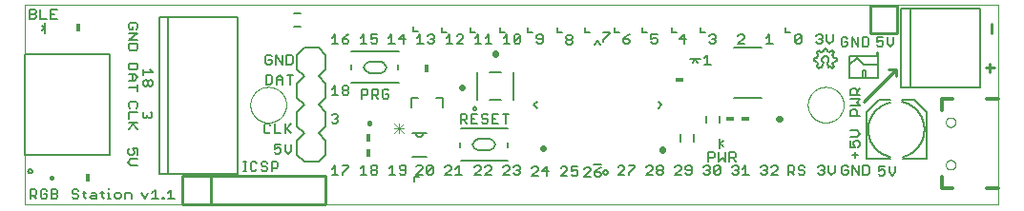
<source format=gto>
G75*
%MOIN*%
%OFA0B0*%
%FSLAX25Y25*%
%IPPOS*%
%LPD*%
%AMOC8*
5,1,8,0,0,1.08239X$1,22.5*
%
%ADD10C,0.00000*%
%ADD11C,0.01000*%
%ADD12C,0.00700*%
%ADD13C,0.02200*%
%ADD14R,0.03000X0.01800*%
%ADD15C,0.00800*%
%ADD16R,0.01800X0.03000*%
%ADD17C,0.00600*%
%ADD18C,0.00500*%
%ADD19C,0.00300*%
%ADD20C,0.01500*%
%ADD21R,0.01500X0.03000*%
%ADD22C,0.01200*%
%ADD23C,0.00799*%
D10*
X0016926Y0012600D02*
X0016926Y0082600D01*
X0356926Y0082600D01*
X0356926Y0012600D01*
X0016926Y0012600D01*
X0095676Y0047600D02*
X0095678Y0047758D01*
X0095684Y0047915D01*
X0095694Y0048073D01*
X0095708Y0048230D01*
X0095726Y0048386D01*
X0095747Y0048543D01*
X0095773Y0048698D01*
X0095803Y0048853D01*
X0095836Y0049007D01*
X0095874Y0049160D01*
X0095915Y0049313D01*
X0095960Y0049464D01*
X0096009Y0049614D01*
X0096062Y0049762D01*
X0096118Y0049910D01*
X0096179Y0050055D01*
X0096242Y0050200D01*
X0096310Y0050342D01*
X0096381Y0050483D01*
X0096455Y0050622D01*
X0096533Y0050759D01*
X0096615Y0050894D01*
X0096699Y0051027D01*
X0096788Y0051158D01*
X0096879Y0051286D01*
X0096974Y0051413D01*
X0097071Y0051536D01*
X0097172Y0051658D01*
X0097276Y0051776D01*
X0097383Y0051892D01*
X0097493Y0052005D01*
X0097605Y0052116D01*
X0097721Y0052223D01*
X0097839Y0052328D01*
X0097959Y0052430D01*
X0098082Y0052528D01*
X0098208Y0052624D01*
X0098336Y0052716D01*
X0098466Y0052805D01*
X0098598Y0052891D01*
X0098733Y0052973D01*
X0098870Y0053052D01*
X0099008Y0053127D01*
X0099148Y0053199D01*
X0099291Y0053267D01*
X0099434Y0053332D01*
X0099580Y0053393D01*
X0099727Y0053450D01*
X0099875Y0053504D01*
X0100025Y0053554D01*
X0100175Y0053600D01*
X0100327Y0053642D01*
X0100480Y0053681D01*
X0100634Y0053715D01*
X0100789Y0053746D01*
X0100944Y0053772D01*
X0101100Y0053795D01*
X0101257Y0053814D01*
X0101414Y0053829D01*
X0101571Y0053840D01*
X0101729Y0053847D01*
X0101887Y0053850D01*
X0102044Y0053849D01*
X0102202Y0053844D01*
X0102359Y0053835D01*
X0102517Y0053822D01*
X0102673Y0053805D01*
X0102830Y0053784D01*
X0102985Y0053760D01*
X0103140Y0053731D01*
X0103295Y0053698D01*
X0103448Y0053662D01*
X0103601Y0053621D01*
X0103752Y0053577D01*
X0103902Y0053529D01*
X0104051Y0053478D01*
X0104199Y0053422D01*
X0104345Y0053363D01*
X0104490Y0053300D01*
X0104633Y0053233D01*
X0104774Y0053163D01*
X0104913Y0053090D01*
X0105051Y0053013D01*
X0105187Y0052932D01*
X0105320Y0052848D01*
X0105451Y0052761D01*
X0105580Y0052670D01*
X0105707Y0052576D01*
X0105832Y0052479D01*
X0105953Y0052379D01*
X0106073Y0052276D01*
X0106189Y0052170D01*
X0106303Y0052061D01*
X0106415Y0051949D01*
X0106523Y0051835D01*
X0106628Y0051717D01*
X0106731Y0051597D01*
X0106830Y0051475D01*
X0106926Y0051350D01*
X0107019Y0051222D01*
X0107109Y0051093D01*
X0107195Y0050961D01*
X0107279Y0050827D01*
X0107358Y0050691D01*
X0107435Y0050553D01*
X0107507Y0050413D01*
X0107576Y0050271D01*
X0107642Y0050128D01*
X0107704Y0049983D01*
X0107762Y0049836D01*
X0107817Y0049688D01*
X0107868Y0049539D01*
X0107915Y0049388D01*
X0107958Y0049237D01*
X0107997Y0049084D01*
X0108033Y0048930D01*
X0108064Y0048776D01*
X0108092Y0048621D01*
X0108116Y0048465D01*
X0108136Y0048308D01*
X0108152Y0048151D01*
X0108164Y0047994D01*
X0108172Y0047837D01*
X0108176Y0047679D01*
X0108176Y0047521D01*
X0108172Y0047363D01*
X0108164Y0047206D01*
X0108152Y0047049D01*
X0108136Y0046892D01*
X0108116Y0046735D01*
X0108092Y0046579D01*
X0108064Y0046424D01*
X0108033Y0046270D01*
X0107997Y0046116D01*
X0107958Y0045963D01*
X0107915Y0045812D01*
X0107868Y0045661D01*
X0107817Y0045512D01*
X0107762Y0045364D01*
X0107704Y0045217D01*
X0107642Y0045072D01*
X0107576Y0044929D01*
X0107507Y0044787D01*
X0107435Y0044647D01*
X0107358Y0044509D01*
X0107279Y0044373D01*
X0107195Y0044239D01*
X0107109Y0044107D01*
X0107019Y0043978D01*
X0106926Y0043850D01*
X0106830Y0043725D01*
X0106731Y0043603D01*
X0106628Y0043483D01*
X0106523Y0043365D01*
X0106415Y0043251D01*
X0106303Y0043139D01*
X0106189Y0043030D01*
X0106073Y0042924D01*
X0105953Y0042821D01*
X0105832Y0042721D01*
X0105707Y0042624D01*
X0105580Y0042530D01*
X0105451Y0042439D01*
X0105320Y0042352D01*
X0105187Y0042268D01*
X0105051Y0042187D01*
X0104913Y0042110D01*
X0104774Y0042037D01*
X0104633Y0041967D01*
X0104490Y0041900D01*
X0104345Y0041837D01*
X0104199Y0041778D01*
X0104051Y0041722D01*
X0103902Y0041671D01*
X0103752Y0041623D01*
X0103601Y0041579D01*
X0103448Y0041538D01*
X0103295Y0041502D01*
X0103140Y0041469D01*
X0102985Y0041440D01*
X0102830Y0041416D01*
X0102673Y0041395D01*
X0102517Y0041378D01*
X0102359Y0041365D01*
X0102202Y0041356D01*
X0102044Y0041351D01*
X0101887Y0041350D01*
X0101729Y0041353D01*
X0101571Y0041360D01*
X0101414Y0041371D01*
X0101257Y0041386D01*
X0101100Y0041405D01*
X0100944Y0041428D01*
X0100789Y0041454D01*
X0100634Y0041485D01*
X0100480Y0041519D01*
X0100327Y0041558D01*
X0100175Y0041600D01*
X0100025Y0041646D01*
X0099875Y0041696D01*
X0099727Y0041750D01*
X0099580Y0041807D01*
X0099434Y0041868D01*
X0099291Y0041933D01*
X0099148Y0042001D01*
X0099008Y0042073D01*
X0098870Y0042148D01*
X0098733Y0042227D01*
X0098598Y0042309D01*
X0098466Y0042395D01*
X0098336Y0042484D01*
X0098208Y0042576D01*
X0098082Y0042672D01*
X0097959Y0042770D01*
X0097839Y0042872D01*
X0097721Y0042977D01*
X0097605Y0043084D01*
X0097493Y0043195D01*
X0097383Y0043308D01*
X0097276Y0043424D01*
X0097172Y0043542D01*
X0097071Y0043664D01*
X0096974Y0043787D01*
X0096879Y0043914D01*
X0096788Y0044042D01*
X0096699Y0044173D01*
X0096615Y0044306D01*
X0096533Y0044441D01*
X0096455Y0044578D01*
X0096381Y0044717D01*
X0096310Y0044858D01*
X0096242Y0045000D01*
X0096179Y0045145D01*
X0096118Y0045290D01*
X0096062Y0045438D01*
X0096009Y0045586D01*
X0095960Y0045736D01*
X0095915Y0045887D01*
X0095874Y0046040D01*
X0095836Y0046193D01*
X0095803Y0046347D01*
X0095773Y0046502D01*
X0095747Y0046657D01*
X0095726Y0046814D01*
X0095708Y0046970D01*
X0095694Y0047127D01*
X0095684Y0047285D01*
X0095678Y0047442D01*
X0095676Y0047600D01*
X0290376Y0047600D02*
X0290378Y0047758D01*
X0290384Y0047915D01*
X0290394Y0048073D01*
X0290408Y0048230D01*
X0290426Y0048386D01*
X0290447Y0048543D01*
X0290473Y0048698D01*
X0290503Y0048853D01*
X0290536Y0049007D01*
X0290574Y0049160D01*
X0290615Y0049313D01*
X0290660Y0049464D01*
X0290709Y0049614D01*
X0290762Y0049762D01*
X0290818Y0049910D01*
X0290879Y0050055D01*
X0290942Y0050200D01*
X0291010Y0050342D01*
X0291081Y0050483D01*
X0291155Y0050622D01*
X0291233Y0050759D01*
X0291315Y0050894D01*
X0291399Y0051027D01*
X0291488Y0051158D01*
X0291579Y0051286D01*
X0291674Y0051413D01*
X0291771Y0051536D01*
X0291872Y0051658D01*
X0291976Y0051776D01*
X0292083Y0051892D01*
X0292193Y0052005D01*
X0292305Y0052116D01*
X0292421Y0052223D01*
X0292539Y0052328D01*
X0292659Y0052430D01*
X0292782Y0052528D01*
X0292908Y0052624D01*
X0293036Y0052716D01*
X0293166Y0052805D01*
X0293298Y0052891D01*
X0293433Y0052973D01*
X0293570Y0053052D01*
X0293708Y0053127D01*
X0293848Y0053199D01*
X0293991Y0053267D01*
X0294134Y0053332D01*
X0294280Y0053393D01*
X0294427Y0053450D01*
X0294575Y0053504D01*
X0294725Y0053554D01*
X0294875Y0053600D01*
X0295027Y0053642D01*
X0295180Y0053681D01*
X0295334Y0053715D01*
X0295489Y0053746D01*
X0295644Y0053772D01*
X0295800Y0053795D01*
X0295957Y0053814D01*
X0296114Y0053829D01*
X0296271Y0053840D01*
X0296429Y0053847D01*
X0296587Y0053850D01*
X0296744Y0053849D01*
X0296902Y0053844D01*
X0297059Y0053835D01*
X0297217Y0053822D01*
X0297373Y0053805D01*
X0297530Y0053784D01*
X0297685Y0053760D01*
X0297840Y0053731D01*
X0297995Y0053698D01*
X0298148Y0053662D01*
X0298301Y0053621D01*
X0298452Y0053577D01*
X0298602Y0053529D01*
X0298751Y0053478D01*
X0298899Y0053422D01*
X0299045Y0053363D01*
X0299190Y0053300D01*
X0299333Y0053233D01*
X0299474Y0053163D01*
X0299613Y0053090D01*
X0299751Y0053013D01*
X0299887Y0052932D01*
X0300020Y0052848D01*
X0300151Y0052761D01*
X0300280Y0052670D01*
X0300407Y0052576D01*
X0300532Y0052479D01*
X0300653Y0052379D01*
X0300773Y0052276D01*
X0300889Y0052170D01*
X0301003Y0052061D01*
X0301115Y0051949D01*
X0301223Y0051835D01*
X0301328Y0051717D01*
X0301431Y0051597D01*
X0301530Y0051475D01*
X0301626Y0051350D01*
X0301719Y0051222D01*
X0301809Y0051093D01*
X0301895Y0050961D01*
X0301979Y0050827D01*
X0302058Y0050691D01*
X0302135Y0050553D01*
X0302207Y0050413D01*
X0302276Y0050271D01*
X0302342Y0050128D01*
X0302404Y0049983D01*
X0302462Y0049836D01*
X0302517Y0049688D01*
X0302568Y0049539D01*
X0302615Y0049388D01*
X0302658Y0049237D01*
X0302697Y0049084D01*
X0302733Y0048930D01*
X0302764Y0048776D01*
X0302792Y0048621D01*
X0302816Y0048465D01*
X0302836Y0048308D01*
X0302852Y0048151D01*
X0302864Y0047994D01*
X0302872Y0047837D01*
X0302876Y0047679D01*
X0302876Y0047521D01*
X0302872Y0047363D01*
X0302864Y0047206D01*
X0302852Y0047049D01*
X0302836Y0046892D01*
X0302816Y0046735D01*
X0302792Y0046579D01*
X0302764Y0046424D01*
X0302733Y0046270D01*
X0302697Y0046116D01*
X0302658Y0045963D01*
X0302615Y0045812D01*
X0302568Y0045661D01*
X0302517Y0045512D01*
X0302462Y0045364D01*
X0302404Y0045217D01*
X0302342Y0045072D01*
X0302276Y0044929D01*
X0302207Y0044787D01*
X0302135Y0044647D01*
X0302058Y0044509D01*
X0301979Y0044373D01*
X0301895Y0044239D01*
X0301809Y0044107D01*
X0301719Y0043978D01*
X0301626Y0043850D01*
X0301530Y0043725D01*
X0301431Y0043603D01*
X0301328Y0043483D01*
X0301223Y0043365D01*
X0301115Y0043251D01*
X0301003Y0043139D01*
X0300889Y0043030D01*
X0300773Y0042924D01*
X0300653Y0042821D01*
X0300532Y0042721D01*
X0300407Y0042624D01*
X0300280Y0042530D01*
X0300151Y0042439D01*
X0300020Y0042352D01*
X0299887Y0042268D01*
X0299751Y0042187D01*
X0299613Y0042110D01*
X0299474Y0042037D01*
X0299333Y0041967D01*
X0299190Y0041900D01*
X0299045Y0041837D01*
X0298899Y0041778D01*
X0298751Y0041722D01*
X0298602Y0041671D01*
X0298452Y0041623D01*
X0298301Y0041579D01*
X0298148Y0041538D01*
X0297995Y0041502D01*
X0297840Y0041469D01*
X0297685Y0041440D01*
X0297530Y0041416D01*
X0297373Y0041395D01*
X0297217Y0041378D01*
X0297059Y0041365D01*
X0296902Y0041356D01*
X0296744Y0041351D01*
X0296587Y0041350D01*
X0296429Y0041353D01*
X0296271Y0041360D01*
X0296114Y0041371D01*
X0295957Y0041386D01*
X0295800Y0041405D01*
X0295644Y0041428D01*
X0295489Y0041454D01*
X0295334Y0041485D01*
X0295180Y0041519D01*
X0295027Y0041558D01*
X0294875Y0041600D01*
X0294725Y0041646D01*
X0294575Y0041696D01*
X0294427Y0041750D01*
X0294280Y0041807D01*
X0294134Y0041868D01*
X0293991Y0041933D01*
X0293848Y0042001D01*
X0293708Y0042073D01*
X0293570Y0042148D01*
X0293433Y0042227D01*
X0293298Y0042309D01*
X0293166Y0042395D01*
X0293036Y0042484D01*
X0292908Y0042576D01*
X0292782Y0042672D01*
X0292659Y0042770D01*
X0292539Y0042872D01*
X0292421Y0042977D01*
X0292305Y0043084D01*
X0292193Y0043195D01*
X0292083Y0043308D01*
X0291976Y0043424D01*
X0291872Y0043542D01*
X0291771Y0043664D01*
X0291674Y0043787D01*
X0291579Y0043914D01*
X0291488Y0044042D01*
X0291399Y0044173D01*
X0291315Y0044306D01*
X0291233Y0044441D01*
X0291155Y0044578D01*
X0291081Y0044717D01*
X0291010Y0044858D01*
X0290942Y0045000D01*
X0290879Y0045145D01*
X0290818Y0045290D01*
X0290762Y0045438D01*
X0290709Y0045586D01*
X0290660Y0045736D01*
X0290615Y0045887D01*
X0290574Y0046040D01*
X0290536Y0046193D01*
X0290503Y0046347D01*
X0290473Y0046502D01*
X0290447Y0046657D01*
X0290426Y0046814D01*
X0290408Y0046970D01*
X0290394Y0047127D01*
X0290384Y0047285D01*
X0290378Y0047442D01*
X0290376Y0047600D01*
X0338591Y0041480D02*
X0338593Y0041561D01*
X0338599Y0041643D01*
X0338609Y0041724D01*
X0338623Y0041804D01*
X0338640Y0041883D01*
X0338662Y0041962D01*
X0338687Y0042039D01*
X0338716Y0042116D01*
X0338749Y0042190D01*
X0338786Y0042263D01*
X0338825Y0042334D01*
X0338869Y0042403D01*
X0338915Y0042470D01*
X0338965Y0042534D01*
X0339018Y0042596D01*
X0339074Y0042656D01*
X0339132Y0042712D01*
X0339194Y0042766D01*
X0339258Y0042817D01*
X0339324Y0042864D01*
X0339392Y0042908D01*
X0339463Y0042949D01*
X0339535Y0042986D01*
X0339610Y0043020D01*
X0339685Y0043050D01*
X0339763Y0043076D01*
X0339841Y0043099D01*
X0339920Y0043117D01*
X0340000Y0043132D01*
X0340081Y0043143D01*
X0340162Y0043150D01*
X0340244Y0043153D01*
X0340325Y0043152D01*
X0340406Y0043147D01*
X0340487Y0043138D01*
X0340568Y0043125D01*
X0340648Y0043108D01*
X0340726Y0043088D01*
X0340804Y0043063D01*
X0340881Y0043035D01*
X0340956Y0043003D01*
X0341029Y0042968D01*
X0341100Y0042929D01*
X0341170Y0042886D01*
X0341237Y0042841D01*
X0341303Y0042792D01*
X0341365Y0042740D01*
X0341425Y0042684D01*
X0341482Y0042626D01*
X0341537Y0042566D01*
X0341588Y0042502D01*
X0341636Y0042437D01*
X0341681Y0042369D01*
X0341723Y0042299D01*
X0341761Y0042227D01*
X0341796Y0042153D01*
X0341827Y0042078D01*
X0341854Y0042001D01*
X0341877Y0041923D01*
X0341897Y0041844D01*
X0341913Y0041764D01*
X0341925Y0041683D01*
X0341933Y0041602D01*
X0341937Y0041521D01*
X0341937Y0041439D01*
X0341933Y0041358D01*
X0341925Y0041277D01*
X0341913Y0041196D01*
X0341897Y0041116D01*
X0341877Y0041037D01*
X0341854Y0040959D01*
X0341827Y0040882D01*
X0341796Y0040807D01*
X0341761Y0040733D01*
X0341723Y0040661D01*
X0341681Y0040591D01*
X0341636Y0040523D01*
X0341588Y0040458D01*
X0341537Y0040394D01*
X0341482Y0040334D01*
X0341425Y0040276D01*
X0341365Y0040220D01*
X0341303Y0040168D01*
X0341237Y0040119D01*
X0341170Y0040074D01*
X0341101Y0040031D01*
X0341029Y0039992D01*
X0340956Y0039957D01*
X0340881Y0039925D01*
X0340804Y0039897D01*
X0340726Y0039872D01*
X0340648Y0039852D01*
X0340568Y0039835D01*
X0340487Y0039822D01*
X0340406Y0039813D01*
X0340325Y0039808D01*
X0340244Y0039807D01*
X0340162Y0039810D01*
X0340081Y0039817D01*
X0340000Y0039828D01*
X0339920Y0039843D01*
X0339841Y0039861D01*
X0339763Y0039884D01*
X0339685Y0039910D01*
X0339610Y0039940D01*
X0339535Y0039974D01*
X0339463Y0040011D01*
X0339392Y0040052D01*
X0339324Y0040096D01*
X0339258Y0040143D01*
X0339194Y0040194D01*
X0339132Y0040248D01*
X0339074Y0040304D01*
X0339018Y0040364D01*
X0338965Y0040426D01*
X0338915Y0040490D01*
X0338869Y0040557D01*
X0338825Y0040626D01*
X0338786Y0040697D01*
X0338749Y0040770D01*
X0338716Y0040844D01*
X0338687Y0040921D01*
X0338662Y0040998D01*
X0338640Y0041077D01*
X0338623Y0041156D01*
X0338609Y0041236D01*
X0338599Y0041317D01*
X0338593Y0041399D01*
X0338591Y0041480D01*
X0338591Y0026520D02*
X0338593Y0026601D01*
X0338599Y0026683D01*
X0338609Y0026764D01*
X0338623Y0026844D01*
X0338640Y0026923D01*
X0338662Y0027002D01*
X0338687Y0027079D01*
X0338716Y0027156D01*
X0338749Y0027230D01*
X0338786Y0027303D01*
X0338825Y0027374D01*
X0338869Y0027443D01*
X0338915Y0027510D01*
X0338965Y0027574D01*
X0339018Y0027636D01*
X0339074Y0027696D01*
X0339132Y0027752D01*
X0339194Y0027806D01*
X0339258Y0027857D01*
X0339324Y0027904D01*
X0339392Y0027948D01*
X0339463Y0027989D01*
X0339535Y0028026D01*
X0339610Y0028060D01*
X0339685Y0028090D01*
X0339763Y0028116D01*
X0339841Y0028139D01*
X0339920Y0028157D01*
X0340000Y0028172D01*
X0340081Y0028183D01*
X0340162Y0028190D01*
X0340244Y0028193D01*
X0340325Y0028192D01*
X0340406Y0028187D01*
X0340487Y0028178D01*
X0340568Y0028165D01*
X0340648Y0028148D01*
X0340726Y0028128D01*
X0340804Y0028103D01*
X0340881Y0028075D01*
X0340956Y0028043D01*
X0341029Y0028008D01*
X0341100Y0027969D01*
X0341170Y0027926D01*
X0341237Y0027881D01*
X0341303Y0027832D01*
X0341365Y0027780D01*
X0341425Y0027724D01*
X0341482Y0027666D01*
X0341537Y0027606D01*
X0341588Y0027542D01*
X0341636Y0027477D01*
X0341681Y0027409D01*
X0341723Y0027339D01*
X0341761Y0027267D01*
X0341796Y0027193D01*
X0341827Y0027118D01*
X0341854Y0027041D01*
X0341877Y0026963D01*
X0341897Y0026884D01*
X0341913Y0026804D01*
X0341925Y0026723D01*
X0341933Y0026642D01*
X0341937Y0026561D01*
X0341937Y0026479D01*
X0341933Y0026398D01*
X0341925Y0026317D01*
X0341913Y0026236D01*
X0341897Y0026156D01*
X0341877Y0026077D01*
X0341854Y0025999D01*
X0341827Y0025922D01*
X0341796Y0025847D01*
X0341761Y0025773D01*
X0341723Y0025701D01*
X0341681Y0025631D01*
X0341636Y0025563D01*
X0341588Y0025498D01*
X0341537Y0025434D01*
X0341482Y0025374D01*
X0341425Y0025316D01*
X0341365Y0025260D01*
X0341303Y0025208D01*
X0341237Y0025159D01*
X0341170Y0025114D01*
X0341101Y0025071D01*
X0341029Y0025032D01*
X0340956Y0024997D01*
X0340881Y0024965D01*
X0340804Y0024937D01*
X0340726Y0024912D01*
X0340648Y0024892D01*
X0340568Y0024875D01*
X0340487Y0024862D01*
X0340406Y0024853D01*
X0340325Y0024848D01*
X0340244Y0024847D01*
X0340162Y0024850D01*
X0340081Y0024857D01*
X0340000Y0024868D01*
X0339920Y0024883D01*
X0339841Y0024901D01*
X0339763Y0024924D01*
X0339685Y0024950D01*
X0339610Y0024980D01*
X0339535Y0025014D01*
X0339463Y0025051D01*
X0339392Y0025092D01*
X0339324Y0025136D01*
X0339258Y0025183D01*
X0339194Y0025234D01*
X0339132Y0025288D01*
X0339074Y0025344D01*
X0339018Y0025404D01*
X0338965Y0025466D01*
X0338915Y0025530D01*
X0338869Y0025597D01*
X0338825Y0025666D01*
X0338786Y0025737D01*
X0338749Y0025810D01*
X0338716Y0025884D01*
X0338687Y0025961D01*
X0338662Y0026038D01*
X0338640Y0026117D01*
X0338623Y0026196D01*
X0338609Y0026276D01*
X0338599Y0026357D01*
X0338593Y0026439D01*
X0338591Y0026520D01*
D11*
X0309926Y0048800D02*
X0321126Y0060000D01*
X0321126Y0057600D01*
X0321126Y0060000D02*
X0318526Y0060000D01*
X0352426Y0060602D02*
X0355495Y0060602D01*
X0353960Y0062137D02*
X0353960Y0059067D01*
X0354728Y0072831D02*
X0354728Y0075900D01*
X0321526Y0072600D02*
X0321526Y0082200D01*
X0312126Y0082200D01*
X0312126Y0072600D01*
X0321526Y0072600D01*
X0121926Y0022600D02*
X0121926Y0012600D01*
X0081926Y0012600D01*
X0071926Y0012600D01*
X0071926Y0022600D01*
X0081926Y0022600D01*
X0081926Y0012600D01*
X0081926Y0022600D02*
X0121926Y0022600D01*
D12*
X0124076Y0022950D02*
X0126277Y0022950D01*
X0125177Y0022950D02*
X0125177Y0026253D01*
X0124076Y0025152D01*
X0127759Y0026253D02*
X0129961Y0026253D01*
X0129961Y0025702D01*
X0127759Y0023500D01*
X0127759Y0022950D01*
X0134076Y0023150D02*
X0136277Y0023150D01*
X0135177Y0023150D02*
X0135177Y0026453D01*
X0134076Y0025352D01*
X0137759Y0025352D02*
X0138309Y0024801D01*
X0139410Y0024801D01*
X0139961Y0024251D01*
X0139961Y0023700D01*
X0139410Y0023150D01*
X0138309Y0023150D01*
X0137759Y0023700D01*
X0137759Y0024251D01*
X0138309Y0024801D01*
X0137759Y0025352D02*
X0137759Y0025902D01*
X0138309Y0026453D01*
X0139410Y0026453D01*
X0139961Y0025902D01*
X0139961Y0025352D01*
X0139410Y0024801D01*
X0144076Y0025352D02*
X0145177Y0026453D01*
X0145177Y0023150D01*
X0146277Y0023150D02*
X0144076Y0023150D01*
X0147759Y0023700D02*
X0148309Y0023150D01*
X0149410Y0023150D01*
X0149961Y0023700D01*
X0149961Y0025902D01*
X0149410Y0026453D01*
X0148309Y0026453D01*
X0147759Y0025902D01*
X0147759Y0025352D01*
X0148309Y0024801D01*
X0149961Y0024801D01*
X0153676Y0025902D02*
X0154226Y0026453D01*
X0155327Y0026453D01*
X0155877Y0025902D01*
X0155877Y0025352D01*
X0153676Y0023150D01*
X0155877Y0023150D01*
X0157359Y0023700D02*
X0159561Y0025902D01*
X0159561Y0023700D01*
X0159010Y0023150D01*
X0157909Y0023150D01*
X0157359Y0023700D01*
X0157359Y0025902D01*
X0157909Y0026453D01*
X0159010Y0026453D01*
X0159561Y0025902D01*
X0163676Y0025702D02*
X0164226Y0026253D01*
X0165327Y0026253D01*
X0165877Y0025702D01*
X0165877Y0025152D01*
X0163676Y0022950D01*
X0165877Y0022950D01*
X0167359Y0022950D02*
X0169561Y0022950D01*
X0168460Y0022950D02*
X0168460Y0026253D01*
X0167359Y0025152D01*
X0173876Y0025702D02*
X0174426Y0026253D01*
X0175527Y0026253D01*
X0176077Y0025702D01*
X0176077Y0025152D01*
X0173876Y0022950D01*
X0176077Y0022950D01*
X0177559Y0022950D02*
X0179761Y0025152D01*
X0179761Y0025702D01*
X0179210Y0026253D01*
X0178109Y0026253D01*
X0177559Y0025702D01*
X0177559Y0022950D02*
X0179761Y0022950D01*
X0183876Y0022950D02*
X0186077Y0025152D01*
X0186077Y0025702D01*
X0185527Y0026253D01*
X0184426Y0026253D01*
X0183876Y0025702D01*
X0187559Y0025702D02*
X0188109Y0026253D01*
X0189210Y0026253D01*
X0189761Y0025702D01*
X0189761Y0025152D01*
X0189210Y0024601D01*
X0189761Y0024051D01*
X0189761Y0023500D01*
X0189210Y0022950D01*
X0188109Y0022950D01*
X0187559Y0023500D01*
X0188660Y0024601D02*
X0189210Y0024601D01*
X0186077Y0022950D02*
X0183876Y0022950D01*
X0193876Y0022550D02*
X0196077Y0024752D01*
X0196077Y0025302D01*
X0195527Y0025853D01*
X0194426Y0025853D01*
X0193876Y0025302D01*
X0197559Y0024201D02*
X0199761Y0024201D01*
X0199210Y0022550D02*
X0199210Y0025853D01*
X0197559Y0024201D01*
X0196077Y0022550D02*
X0193876Y0022550D01*
X0204076Y0022550D02*
X0206277Y0024752D01*
X0206277Y0025302D01*
X0205727Y0025853D01*
X0204626Y0025853D01*
X0204076Y0025302D01*
X0207759Y0025853D02*
X0207759Y0024201D01*
X0208860Y0024752D01*
X0209410Y0024752D01*
X0209961Y0024201D01*
X0209961Y0023100D01*
X0209410Y0022550D01*
X0208309Y0022550D01*
X0207759Y0023100D01*
X0206277Y0022550D02*
X0204076Y0022550D01*
X0212276Y0022350D02*
X0214477Y0024552D01*
X0214477Y0025102D01*
X0213927Y0025653D01*
X0212826Y0025653D01*
X0212276Y0025102D01*
X0209961Y0025853D02*
X0207759Y0025853D01*
X0215959Y0024001D02*
X0215959Y0022900D01*
X0216509Y0022350D01*
X0217610Y0022350D01*
X0218161Y0022900D01*
X0218161Y0023451D01*
X0217610Y0024001D01*
X0215959Y0024001D01*
X0217060Y0025102D01*
X0218161Y0025653D01*
X0224076Y0025702D02*
X0224626Y0026253D01*
X0225727Y0026253D01*
X0226277Y0025702D01*
X0226277Y0025152D01*
X0224076Y0022950D01*
X0226277Y0022950D01*
X0227759Y0022950D02*
X0227759Y0023500D01*
X0229961Y0025702D01*
X0229961Y0026253D01*
X0227759Y0026253D01*
X0233876Y0025702D02*
X0234426Y0026253D01*
X0235527Y0026253D01*
X0236077Y0025702D01*
X0236077Y0025152D01*
X0233876Y0022950D01*
X0236077Y0022950D01*
X0237559Y0023500D02*
X0237559Y0024051D01*
X0238109Y0024601D01*
X0239210Y0024601D01*
X0239761Y0024051D01*
X0239761Y0023500D01*
X0239210Y0022950D01*
X0238109Y0022950D01*
X0237559Y0023500D01*
X0238109Y0024601D02*
X0237559Y0025152D01*
X0237559Y0025702D01*
X0238109Y0026253D01*
X0239210Y0026253D01*
X0239761Y0025702D01*
X0239761Y0025152D01*
X0239210Y0024601D01*
X0243876Y0025702D02*
X0244426Y0026253D01*
X0245527Y0026253D01*
X0246077Y0025702D01*
X0246077Y0025152D01*
X0243876Y0022950D01*
X0246077Y0022950D01*
X0247559Y0023500D02*
X0248109Y0022950D01*
X0249210Y0022950D01*
X0249761Y0023500D01*
X0249761Y0025702D01*
X0249210Y0026253D01*
X0248109Y0026253D01*
X0247559Y0025702D01*
X0247559Y0025152D01*
X0248109Y0024601D01*
X0249761Y0024601D01*
X0253876Y0023500D02*
X0254426Y0022950D01*
X0255527Y0022950D01*
X0256077Y0023500D01*
X0256077Y0024051D01*
X0255527Y0024601D01*
X0254977Y0024601D01*
X0255527Y0024601D02*
X0256077Y0025152D01*
X0256077Y0025702D01*
X0255527Y0026253D01*
X0254426Y0026253D01*
X0253876Y0025702D01*
X0257559Y0025702D02*
X0258109Y0026253D01*
X0259210Y0026253D01*
X0259761Y0025702D01*
X0257559Y0023500D01*
X0258109Y0022950D01*
X0259210Y0022950D01*
X0259761Y0023500D01*
X0259761Y0025702D01*
X0257559Y0025702D02*
X0257559Y0023500D01*
X0263876Y0023500D02*
X0264426Y0022950D01*
X0265527Y0022950D01*
X0266077Y0023500D01*
X0266077Y0024051D01*
X0265527Y0024601D01*
X0264977Y0024601D01*
X0265527Y0024601D02*
X0266077Y0025152D01*
X0266077Y0025702D01*
X0265527Y0026253D01*
X0264426Y0026253D01*
X0263876Y0025702D01*
X0267559Y0025152D02*
X0268660Y0026253D01*
X0268660Y0022950D01*
X0267559Y0022950D02*
X0269761Y0022950D01*
X0273876Y0023500D02*
X0274426Y0022950D01*
X0275527Y0022950D01*
X0276077Y0023500D01*
X0276077Y0024051D01*
X0275527Y0024601D01*
X0274977Y0024601D01*
X0275527Y0024601D02*
X0276077Y0025152D01*
X0276077Y0025702D01*
X0275527Y0026253D01*
X0274426Y0026253D01*
X0273876Y0025702D01*
X0277559Y0025702D02*
X0278109Y0026253D01*
X0279210Y0026253D01*
X0279761Y0025702D01*
X0279761Y0025152D01*
X0277559Y0022950D01*
X0279761Y0022950D01*
X0283476Y0022950D02*
X0283476Y0026253D01*
X0285127Y0026253D01*
X0285677Y0025702D01*
X0285677Y0024601D01*
X0285127Y0024051D01*
X0283476Y0024051D01*
X0284577Y0024051D02*
X0285677Y0022950D01*
X0287159Y0023500D02*
X0287709Y0022950D01*
X0288810Y0022950D01*
X0289361Y0023500D01*
X0289361Y0024051D01*
X0288810Y0024601D01*
X0287709Y0024601D01*
X0287159Y0025152D01*
X0287159Y0025702D01*
X0287709Y0026253D01*
X0288810Y0026253D01*
X0289361Y0025702D01*
X0293876Y0025702D02*
X0294426Y0026253D01*
X0295527Y0026253D01*
X0296077Y0025702D01*
X0296077Y0025152D01*
X0295527Y0024601D01*
X0296077Y0024051D01*
X0296077Y0023500D01*
X0295527Y0022950D01*
X0294426Y0022950D01*
X0293876Y0023500D01*
X0294977Y0024601D02*
X0295527Y0024601D01*
X0297559Y0024051D02*
X0298660Y0022950D01*
X0299761Y0024051D01*
X0299761Y0026253D01*
X0297559Y0026253D02*
X0297559Y0024051D01*
X0302276Y0023500D02*
X0302826Y0022950D01*
X0303927Y0022950D01*
X0304477Y0023500D01*
X0304477Y0024601D01*
X0303377Y0024601D01*
X0304477Y0025702D02*
X0303927Y0026253D01*
X0302826Y0026253D01*
X0302276Y0025702D01*
X0302276Y0023500D01*
X0305959Y0022950D02*
X0305959Y0026253D01*
X0308161Y0022950D01*
X0308161Y0026253D01*
X0309642Y0026253D02*
X0311293Y0026253D01*
X0311844Y0025702D01*
X0311844Y0023500D01*
X0311293Y0022950D01*
X0309642Y0022950D01*
X0309642Y0026253D01*
X0306924Y0028950D02*
X0306924Y0031152D01*
X0306924Y0032633D02*
X0306374Y0033734D01*
X0306374Y0034285D01*
X0306924Y0034835D01*
X0308025Y0034835D01*
X0308576Y0034285D01*
X0308576Y0033184D01*
X0308025Y0032633D01*
X0306924Y0032633D02*
X0305273Y0032633D01*
X0305273Y0034835D01*
X0305273Y0036316D02*
X0307475Y0036316D01*
X0308576Y0037417D01*
X0307475Y0038518D01*
X0305273Y0038518D01*
X0305273Y0043683D02*
X0305273Y0045334D01*
X0305823Y0045884D01*
X0306924Y0045884D01*
X0307475Y0045334D01*
X0307475Y0043683D01*
X0308576Y0043683D02*
X0305273Y0043683D01*
X0305273Y0047366D02*
X0308576Y0047366D01*
X0307475Y0048467D01*
X0308576Y0049568D01*
X0305273Y0049568D01*
X0305273Y0051049D02*
X0305273Y0052700D01*
X0305823Y0053251D01*
X0306924Y0053251D01*
X0307475Y0052700D01*
X0307475Y0051049D01*
X0308576Y0051049D02*
X0305273Y0051049D01*
X0307475Y0052150D02*
X0308576Y0053251D01*
X0307961Y0067950D02*
X0307961Y0071253D01*
X0309442Y0071253D02*
X0311093Y0071253D01*
X0311644Y0070702D01*
X0311644Y0068500D01*
X0311093Y0067950D01*
X0309442Y0067950D01*
X0309442Y0071253D01*
X0307961Y0067950D02*
X0305759Y0071253D01*
X0305759Y0067950D01*
X0304277Y0068500D02*
X0304277Y0069601D01*
X0303177Y0069601D01*
X0304277Y0068500D02*
X0303727Y0067950D01*
X0302626Y0067950D01*
X0302076Y0068500D01*
X0302076Y0070702D01*
X0302626Y0071253D01*
X0303727Y0071253D01*
X0304277Y0070702D01*
X0299161Y0070051D02*
X0298060Y0068950D01*
X0296959Y0070051D01*
X0296959Y0072253D01*
X0295477Y0071702D02*
X0295477Y0071152D01*
X0294927Y0070601D01*
X0295477Y0070051D01*
X0295477Y0069500D01*
X0294927Y0068950D01*
X0293826Y0068950D01*
X0293276Y0069500D01*
X0294377Y0070601D02*
X0294927Y0070601D01*
X0295477Y0071702D02*
X0294927Y0072253D01*
X0293826Y0072253D01*
X0293276Y0071702D01*
X0299161Y0072253D02*
X0299161Y0070051D01*
X0288077Y0069500D02*
X0287527Y0068950D01*
X0286426Y0068950D01*
X0285876Y0069500D01*
X0288077Y0071702D01*
X0288077Y0069500D01*
X0285876Y0069500D02*
X0285876Y0071702D01*
X0286426Y0072253D01*
X0287527Y0072253D01*
X0288077Y0071702D01*
X0284274Y0072960D02*
X0282717Y0072960D01*
X0282717Y0074517D01*
X0276977Y0072253D02*
X0276977Y0068950D01*
X0278077Y0068950D02*
X0275876Y0068950D01*
X0275876Y0071152D02*
X0276977Y0072253D01*
X0268077Y0071702D02*
X0268077Y0071152D01*
X0265876Y0068950D01*
X0268077Y0068950D01*
X0268077Y0071702D02*
X0267527Y0072253D01*
X0266426Y0072253D01*
X0265876Y0071702D01*
X0258077Y0071702D02*
X0258077Y0071152D01*
X0257527Y0070601D01*
X0258077Y0070051D01*
X0258077Y0069500D01*
X0257527Y0068950D01*
X0256426Y0068950D01*
X0255876Y0069500D01*
X0256977Y0070601D02*
X0257527Y0070601D01*
X0258077Y0071702D02*
X0257527Y0072253D01*
X0256426Y0072253D01*
X0255876Y0071702D01*
X0254474Y0072960D02*
X0252917Y0072960D01*
X0252917Y0074517D01*
X0247327Y0072253D02*
X0245676Y0070601D01*
X0247877Y0070601D01*
X0247327Y0068950D02*
X0247327Y0072253D01*
X0244474Y0072960D02*
X0242917Y0072960D01*
X0242917Y0074517D01*
X0237877Y0072253D02*
X0235676Y0072253D01*
X0235676Y0070601D01*
X0236777Y0071152D01*
X0237327Y0071152D01*
X0237877Y0070601D01*
X0237877Y0069500D01*
X0237327Y0068950D01*
X0236226Y0068950D01*
X0235676Y0069500D01*
X0228077Y0069500D02*
X0227527Y0068950D01*
X0226426Y0068950D01*
X0225876Y0069500D01*
X0225876Y0070601D01*
X0227527Y0070601D01*
X0228077Y0070051D01*
X0228077Y0069500D01*
X0226977Y0071702D02*
X0225876Y0070601D01*
X0226977Y0071702D02*
X0228077Y0072253D01*
X0224474Y0072960D02*
X0222917Y0072960D01*
X0222917Y0074517D01*
X0221077Y0073053D02*
X0221077Y0072502D01*
X0218876Y0070300D01*
X0218876Y0069750D01*
X0218876Y0073053D02*
X0221077Y0073053D01*
X0214274Y0072960D02*
X0212717Y0072960D01*
X0212717Y0074517D01*
X0208077Y0071502D02*
X0208077Y0070952D01*
X0207527Y0070401D01*
X0206426Y0070401D01*
X0205876Y0070952D01*
X0205876Y0071502D01*
X0206426Y0072053D01*
X0207527Y0072053D01*
X0208077Y0071502D01*
X0207527Y0070401D02*
X0208077Y0069851D01*
X0208077Y0069300D01*
X0207527Y0068750D01*
X0206426Y0068750D01*
X0205876Y0069300D01*
X0205876Y0069851D01*
X0206426Y0070401D01*
X0204474Y0072960D02*
X0202917Y0072960D01*
X0202917Y0074517D01*
X0197877Y0071702D02*
X0197327Y0072253D01*
X0196226Y0072253D01*
X0195676Y0071702D01*
X0195676Y0071152D01*
X0196226Y0070601D01*
X0197877Y0070601D01*
X0197877Y0069500D02*
X0197877Y0071702D01*
X0194274Y0072960D02*
X0192717Y0072960D01*
X0192717Y0074517D01*
X0189961Y0071702D02*
X0187759Y0069500D01*
X0188309Y0068950D01*
X0189410Y0068950D01*
X0189961Y0069500D01*
X0189961Y0071702D01*
X0189410Y0072253D01*
X0188309Y0072253D01*
X0187759Y0071702D01*
X0187759Y0069500D01*
X0186277Y0068950D02*
X0184076Y0068950D01*
X0185177Y0068950D02*
X0185177Y0072253D01*
X0184076Y0071152D01*
X0178860Y0072253D02*
X0178860Y0068950D01*
X0177759Y0068950D02*
X0179961Y0068950D01*
X0176277Y0068950D02*
X0174076Y0068950D01*
X0175177Y0068950D02*
X0175177Y0072253D01*
X0174076Y0071152D01*
X0177759Y0071152D02*
X0178860Y0072253D01*
X0182917Y0072960D02*
X0182917Y0074517D01*
X0182917Y0072960D02*
X0184474Y0072960D01*
X0174274Y0072960D02*
X0172717Y0072960D01*
X0172717Y0074517D01*
X0169961Y0071702D02*
X0169410Y0072253D01*
X0168309Y0072253D01*
X0167759Y0071702D01*
X0169961Y0071702D02*
X0169961Y0071152D01*
X0167759Y0068950D01*
X0169961Y0068950D01*
X0166277Y0068950D02*
X0164076Y0068950D01*
X0165177Y0068950D02*
X0165177Y0072253D01*
X0164076Y0071152D01*
X0159761Y0071152D02*
X0159761Y0071702D01*
X0159210Y0072253D01*
X0158109Y0072253D01*
X0157559Y0071702D01*
X0158660Y0070601D02*
X0159210Y0070601D01*
X0159761Y0070051D01*
X0159761Y0069500D01*
X0159210Y0068950D01*
X0158109Y0068950D01*
X0157559Y0069500D01*
X0156077Y0068950D02*
X0153876Y0068950D01*
X0154977Y0068950D02*
X0154977Y0072253D01*
X0153876Y0071152D01*
X0149761Y0070601D02*
X0147559Y0070601D01*
X0149210Y0072253D01*
X0149210Y0068950D01*
X0146077Y0068950D02*
X0143876Y0068950D01*
X0144977Y0068950D02*
X0144977Y0072253D01*
X0143876Y0071152D01*
X0139961Y0070601D02*
X0139961Y0069500D01*
X0139410Y0068950D01*
X0138309Y0068950D01*
X0137759Y0069500D01*
X0137759Y0070601D02*
X0138860Y0071152D01*
X0139410Y0071152D01*
X0139961Y0070601D01*
X0139961Y0072253D02*
X0137759Y0072253D01*
X0137759Y0070601D01*
X0135177Y0068950D02*
X0135177Y0072253D01*
X0134076Y0071152D01*
X0129961Y0072253D02*
X0128860Y0071702D01*
X0127759Y0070601D01*
X0129410Y0070601D01*
X0129961Y0070051D01*
X0129961Y0069500D01*
X0129410Y0068950D01*
X0128309Y0068950D01*
X0127759Y0069500D01*
X0127759Y0070601D01*
X0125177Y0068950D02*
X0125177Y0072253D01*
X0124076Y0071152D01*
X0124076Y0068950D02*
X0126277Y0068950D01*
X0134076Y0068950D02*
X0136277Y0068950D01*
X0152517Y0073360D02*
X0152517Y0074917D01*
X0152517Y0073360D02*
X0154074Y0073360D01*
X0159210Y0070601D02*
X0159761Y0071152D01*
X0162717Y0072960D02*
X0162717Y0074517D01*
X0162717Y0072960D02*
X0164274Y0072960D01*
X0195676Y0069500D02*
X0196226Y0068950D01*
X0197327Y0068950D01*
X0197877Y0069500D01*
X0232717Y0072960D02*
X0232717Y0074517D01*
X0232717Y0072960D02*
X0234274Y0072960D01*
X0254276Y0063952D02*
X0255377Y0065053D01*
X0255377Y0061750D01*
X0256477Y0061750D02*
X0254276Y0061750D01*
X0314476Y0068500D02*
X0315026Y0067950D01*
X0316127Y0067950D01*
X0316677Y0068500D01*
X0316677Y0069601D01*
X0316127Y0070152D01*
X0315577Y0070152D01*
X0314476Y0069601D01*
X0314476Y0071253D01*
X0316677Y0071253D01*
X0318159Y0071253D02*
X0318159Y0069051D01*
X0319260Y0067950D01*
X0320361Y0069051D01*
X0320361Y0071253D01*
X0265244Y0030502D02*
X0264693Y0031053D01*
X0263042Y0031053D01*
X0263042Y0027750D01*
X0263042Y0028851D02*
X0264693Y0028851D01*
X0265244Y0029401D01*
X0265244Y0030502D01*
X0264143Y0028851D02*
X0265244Y0027750D01*
X0261561Y0027750D02*
X0260460Y0028851D01*
X0259359Y0027750D01*
X0259359Y0031053D01*
X0257877Y0030502D02*
X0257877Y0029401D01*
X0257327Y0028851D01*
X0255676Y0028851D01*
X0255676Y0027750D02*
X0255676Y0031053D01*
X0257327Y0031053D01*
X0257877Y0030502D01*
X0261561Y0031053D02*
X0261561Y0027750D01*
X0305823Y0030051D02*
X0308025Y0030051D01*
X0315076Y0026053D02*
X0315076Y0024401D01*
X0316177Y0024952D01*
X0316727Y0024952D01*
X0317277Y0024401D01*
X0317277Y0023300D01*
X0316727Y0022750D01*
X0315626Y0022750D01*
X0315076Y0023300D01*
X0318759Y0023851D02*
X0319860Y0022750D01*
X0320961Y0023851D01*
X0320961Y0026053D01*
X0318759Y0026053D02*
X0318759Y0023851D01*
X0317277Y0026053D02*
X0315076Y0026053D01*
X0214477Y0022350D02*
X0212276Y0022350D01*
X0184909Y0041150D02*
X0184909Y0044453D01*
X0183808Y0044453D02*
X0186010Y0044453D01*
X0182327Y0044453D02*
X0180125Y0044453D01*
X0180125Y0041150D01*
X0182327Y0041150D01*
X0181226Y0042801D02*
X0180125Y0042801D01*
X0178644Y0042251D02*
X0178644Y0041700D01*
X0178093Y0041150D01*
X0176992Y0041150D01*
X0176442Y0041700D01*
X0176992Y0042801D02*
X0178093Y0042801D01*
X0178644Y0042251D01*
X0178644Y0043902D02*
X0178093Y0044453D01*
X0176992Y0044453D01*
X0176442Y0043902D01*
X0176442Y0043352D01*
X0176992Y0042801D01*
X0174961Y0041150D02*
X0172759Y0041150D01*
X0172759Y0044453D01*
X0174961Y0044453D01*
X0171277Y0043902D02*
X0171277Y0042801D01*
X0170727Y0042251D01*
X0169076Y0042251D01*
X0170177Y0042251D02*
X0171277Y0041150D01*
X0169076Y0041150D02*
X0169076Y0044453D01*
X0170727Y0044453D01*
X0171277Y0043902D01*
X0172759Y0042801D02*
X0173860Y0042801D01*
X0144044Y0050300D02*
X0144044Y0051401D01*
X0142943Y0051401D01*
X0144044Y0050300D02*
X0143493Y0049750D01*
X0142392Y0049750D01*
X0141842Y0050300D01*
X0141842Y0052502D01*
X0142392Y0053053D01*
X0143493Y0053053D01*
X0144044Y0052502D01*
X0140361Y0052502D02*
X0140361Y0051401D01*
X0139810Y0050851D01*
X0138159Y0050851D01*
X0139260Y0050851D02*
X0140361Y0049750D01*
X0138159Y0049750D02*
X0138159Y0053053D01*
X0139810Y0053053D01*
X0140361Y0052502D01*
X0136677Y0052502D02*
X0136677Y0051401D01*
X0136127Y0050851D01*
X0134476Y0050851D01*
X0134476Y0049750D02*
X0134476Y0053053D01*
X0136127Y0053053D01*
X0136677Y0052502D01*
X0129961Y0052051D02*
X0129961Y0051500D01*
X0129410Y0050950D01*
X0128309Y0050950D01*
X0127759Y0051500D01*
X0127759Y0052051D01*
X0128309Y0052601D01*
X0129410Y0052601D01*
X0129961Y0052051D01*
X0129410Y0052601D02*
X0129961Y0053152D01*
X0129961Y0053702D01*
X0129410Y0054253D01*
X0128309Y0054253D01*
X0127759Y0053702D01*
X0127759Y0053152D01*
X0128309Y0052601D01*
X0125177Y0054253D02*
X0125177Y0050950D01*
X0126277Y0050950D02*
X0124076Y0050950D01*
X0124076Y0053152D02*
X0125177Y0054253D01*
X0110644Y0058053D02*
X0108442Y0058053D01*
X0109543Y0058053D02*
X0109543Y0054750D01*
X0106961Y0054750D02*
X0106961Y0056952D01*
X0105860Y0058053D01*
X0104759Y0056952D01*
X0104759Y0054750D01*
X0103277Y0055300D02*
X0103277Y0057502D01*
X0102727Y0058053D01*
X0101076Y0058053D01*
X0101076Y0054750D01*
X0102727Y0054750D01*
X0103277Y0055300D01*
X0104759Y0056401D02*
X0106961Y0056401D01*
X0106761Y0061750D02*
X0106761Y0065053D01*
X0108242Y0065053D02*
X0109893Y0065053D01*
X0110444Y0064502D01*
X0110444Y0062300D01*
X0109893Y0061750D01*
X0108242Y0061750D01*
X0108242Y0065053D01*
X0106761Y0061750D02*
X0104559Y0065053D01*
X0104559Y0061750D01*
X0103077Y0062300D02*
X0103077Y0063401D01*
X0101977Y0063401D01*
X0103077Y0062300D02*
X0102527Y0061750D01*
X0101426Y0061750D01*
X0100876Y0062300D01*
X0100876Y0064502D01*
X0101426Y0065053D01*
X0102527Y0065053D01*
X0103077Y0064502D01*
X0061578Y0058949D02*
X0058276Y0058949D01*
X0058276Y0060050D02*
X0058276Y0057848D01*
X0058826Y0056367D02*
X0059377Y0056367D01*
X0059927Y0055816D01*
X0059927Y0054715D01*
X0059377Y0054165D01*
X0058826Y0054165D01*
X0058276Y0054715D01*
X0058276Y0055816D01*
X0058826Y0056367D01*
X0059927Y0055816D02*
X0060477Y0056367D01*
X0061028Y0056367D01*
X0061578Y0055816D01*
X0061578Y0054715D01*
X0061028Y0054165D01*
X0060477Y0054165D01*
X0059927Y0054715D01*
X0056378Y0054684D02*
X0056378Y0052482D01*
X0056378Y0053583D02*
X0053076Y0053583D01*
X0053076Y0056165D02*
X0055277Y0056165D01*
X0056378Y0057266D01*
X0055277Y0058367D01*
X0053076Y0058367D01*
X0053626Y0059848D02*
X0055828Y0059848D01*
X0056378Y0060399D01*
X0056378Y0062050D01*
X0053076Y0062050D01*
X0053076Y0060399D01*
X0053626Y0059848D01*
X0054727Y0058367D02*
X0054727Y0056165D01*
X0060477Y0060050D02*
X0061578Y0058949D01*
X0055828Y0066682D02*
X0053626Y0066682D01*
X0053076Y0067232D01*
X0053076Y0068884D01*
X0056378Y0068884D01*
X0056378Y0067232D01*
X0055828Y0066682D01*
X0056378Y0070365D02*
X0053076Y0070365D01*
X0056378Y0072567D01*
X0053076Y0072567D01*
X0053626Y0074048D02*
X0054727Y0074048D01*
X0054727Y0075149D01*
X0055828Y0074048D02*
X0056378Y0074599D01*
X0056378Y0075700D01*
X0055828Y0076250D01*
X0053626Y0076250D01*
X0053076Y0075700D01*
X0053076Y0074599D01*
X0053626Y0074048D01*
X0028244Y0077750D02*
X0026042Y0077750D01*
X0026042Y0081053D01*
X0028244Y0081053D01*
X0022359Y0081053D02*
X0022359Y0077750D01*
X0024561Y0077750D01*
X0026042Y0079401D02*
X0027143Y0079401D01*
X0020877Y0078851D02*
X0020877Y0078300D01*
X0020327Y0077750D01*
X0018676Y0077750D01*
X0018676Y0081053D01*
X0020327Y0081053D01*
X0020877Y0080502D01*
X0020877Y0079952D01*
X0020327Y0079401D01*
X0018676Y0079401D01*
X0020327Y0079401D02*
X0020877Y0078851D01*
X0053076Y0048100D02*
X0053076Y0046999D01*
X0053626Y0046448D01*
X0053076Y0048100D02*
X0053626Y0048650D01*
X0055828Y0048650D01*
X0056378Y0048100D01*
X0056378Y0046999D01*
X0055828Y0046448D01*
X0056378Y0044967D02*
X0053076Y0044967D01*
X0053076Y0042765D01*
X0053076Y0041284D02*
X0056378Y0041284D01*
X0054727Y0040733D02*
X0053076Y0039082D01*
X0054177Y0041284D02*
X0056378Y0039082D01*
X0058626Y0042848D02*
X0058076Y0043399D01*
X0058076Y0044500D01*
X0058626Y0045050D01*
X0059727Y0043949D02*
X0059727Y0043399D01*
X0059177Y0042848D01*
X0058626Y0042848D01*
X0059727Y0043399D02*
X0060277Y0042848D01*
X0060828Y0042848D01*
X0061378Y0043399D01*
X0061378Y0044500D01*
X0060828Y0045050D01*
X0056178Y0032250D02*
X0054527Y0032250D01*
X0055077Y0031149D01*
X0055077Y0030599D01*
X0054527Y0030048D01*
X0053426Y0030048D01*
X0052876Y0030599D01*
X0052876Y0031700D01*
X0053426Y0032250D01*
X0056178Y0032250D02*
X0056178Y0030048D01*
X0056178Y0028567D02*
X0053977Y0028567D01*
X0052876Y0027466D01*
X0053977Y0026365D01*
X0056178Y0026365D01*
X0046309Y0018482D02*
X0046309Y0017931D01*
X0046309Y0016831D02*
X0046309Y0014629D01*
X0046859Y0014629D02*
X0045758Y0014629D01*
X0044404Y0014629D02*
X0043853Y0015179D01*
X0043853Y0017381D01*
X0043303Y0016831D02*
X0044404Y0016831D01*
X0045758Y0016831D02*
X0046309Y0016831D01*
X0048214Y0016280D02*
X0048214Y0015179D01*
X0048764Y0014629D01*
X0049865Y0014629D01*
X0050415Y0015179D01*
X0050415Y0016280D01*
X0049865Y0016831D01*
X0048764Y0016831D01*
X0048214Y0016280D01*
X0051897Y0016831D02*
X0051897Y0014629D01*
X0054099Y0014629D02*
X0054099Y0016280D01*
X0053548Y0016831D01*
X0051897Y0016831D01*
X0057676Y0016718D02*
X0058777Y0014516D01*
X0059877Y0016718D01*
X0061359Y0016718D02*
X0062460Y0017819D01*
X0062460Y0014516D01*
X0061359Y0014516D02*
X0063561Y0014516D01*
X0065042Y0014516D02*
X0065592Y0014516D01*
X0065592Y0015066D01*
X0065042Y0015066D01*
X0065042Y0014516D01*
X0066883Y0014516D02*
X0069085Y0014516D01*
X0067984Y0014516D02*
X0067984Y0017819D01*
X0066883Y0016718D01*
X0041821Y0016280D02*
X0041821Y0014629D01*
X0040170Y0014629D01*
X0039620Y0015179D01*
X0040170Y0015730D01*
X0041821Y0015730D01*
X0041821Y0016280D02*
X0041271Y0016831D01*
X0040170Y0016831D01*
X0038265Y0016831D02*
X0037164Y0016831D01*
X0037715Y0017381D02*
X0037715Y0015179D01*
X0038265Y0014629D01*
X0035683Y0015179D02*
X0035683Y0015730D01*
X0035132Y0016280D01*
X0034031Y0016280D01*
X0033481Y0016831D01*
X0033481Y0017381D01*
X0034031Y0017931D01*
X0035132Y0017931D01*
X0035683Y0017381D01*
X0035683Y0015179D02*
X0035132Y0014629D01*
X0034031Y0014629D01*
X0033481Y0015179D01*
X0028317Y0015179D02*
X0027766Y0014629D01*
X0026115Y0014629D01*
X0026115Y0017931D01*
X0027766Y0017931D01*
X0028317Y0017381D01*
X0028317Y0016831D01*
X0027766Y0016280D01*
X0026115Y0016280D01*
X0024633Y0016280D02*
X0024633Y0015179D01*
X0024083Y0014629D01*
X0022982Y0014629D01*
X0022432Y0015179D01*
X0022432Y0017381D01*
X0022982Y0017931D01*
X0024083Y0017931D01*
X0024633Y0017381D01*
X0024633Y0016280D02*
X0023532Y0016280D01*
X0020950Y0016280D02*
X0020950Y0017381D01*
X0020400Y0017931D01*
X0018748Y0017931D01*
X0018748Y0014629D01*
X0018748Y0015730D02*
X0020400Y0015730D01*
X0020950Y0016280D01*
X0019849Y0015730D02*
X0020950Y0014629D01*
X0027766Y0016280D02*
X0028317Y0015730D01*
X0028317Y0015179D01*
X0093276Y0024350D02*
X0094377Y0024350D01*
X0093826Y0024350D02*
X0093826Y0027653D01*
X0093276Y0027653D02*
X0094377Y0027653D01*
X0095731Y0027102D02*
X0095731Y0024900D01*
X0096281Y0024350D01*
X0097382Y0024350D01*
X0097933Y0024900D01*
X0099414Y0024900D02*
X0099965Y0024350D01*
X0101066Y0024350D01*
X0101616Y0024900D01*
X0101616Y0025451D01*
X0101066Y0026001D01*
X0099965Y0026001D01*
X0099414Y0026552D01*
X0099414Y0027102D01*
X0099965Y0027653D01*
X0101066Y0027653D01*
X0101616Y0027102D01*
X0103097Y0027653D02*
X0104749Y0027653D01*
X0105299Y0027102D01*
X0105299Y0026001D01*
X0104749Y0025451D01*
X0103097Y0025451D01*
X0103097Y0024350D02*
X0103097Y0027653D01*
X0097933Y0027102D02*
X0097382Y0027653D01*
X0096281Y0027653D01*
X0095731Y0027102D01*
X0104076Y0030900D02*
X0104626Y0030350D01*
X0105727Y0030350D01*
X0106277Y0030900D01*
X0106277Y0032001D01*
X0105727Y0032552D01*
X0105177Y0032552D01*
X0104076Y0032001D01*
X0104076Y0033653D01*
X0106277Y0033653D01*
X0107759Y0033653D02*
X0107759Y0031451D01*
X0108860Y0030350D01*
X0109961Y0031451D01*
X0109961Y0033653D01*
X0110044Y0037550D02*
X0108392Y0039201D01*
X0107842Y0038651D02*
X0110044Y0040853D01*
X0107842Y0040853D02*
X0107842Y0037550D01*
X0106361Y0037550D02*
X0104159Y0037550D01*
X0104159Y0040853D01*
X0102677Y0040302D02*
X0102127Y0040853D01*
X0101026Y0040853D01*
X0100476Y0040302D01*
X0100476Y0038100D01*
X0101026Y0037550D01*
X0102127Y0037550D01*
X0102677Y0038100D01*
X0124076Y0041700D02*
X0124626Y0041150D01*
X0125727Y0041150D01*
X0126277Y0041700D01*
X0126277Y0042251D01*
X0125727Y0042801D01*
X0125177Y0042801D01*
X0125727Y0042801D02*
X0126277Y0043352D01*
X0126277Y0043902D01*
X0125727Y0044453D01*
X0124626Y0044453D01*
X0124076Y0043902D01*
X0152886Y0022209D02*
X0154443Y0022209D01*
X0152886Y0022209D02*
X0152886Y0020652D01*
D13*
X0197771Y0032283D02*
X0198011Y0032283D01*
X0239526Y0031920D02*
X0239526Y0031680D01*
X0280206Y0042600D02*
X0280446Y0042600D01*
X0181326Y0065480D02*
X0181326Y0065720D01*
X0169646Y0053800D02*
X0169406Y0053800D01*
D14*
X0245526Y0056400D03*
X0263126Y0042600D03*
X0268526Y0042600D03*
D15*
X0259656Y0035811D02*
X0259656Y0034000D01*
X0260877Y0034920D01*
X0259656Y0034000D02*
X0259656Y0032189D01*
X0260877Y0033140D02*
X0259717Y0033900D01*
X0239197Y0047600D02*
X0238083Y0046486D01*
X0239197Y0047600D02*
X0238083Y0048714D01*
X0250066Y0062449D02*
X0250826Y0063609D01*
X0250926Y0063669D02*
X0251846Y0062449D01*
X0252737Y0063669D02*
X0250926Y0063669D01*
X0249115Y0063669D01*
X0218039Y0068758D02*
X0216926Y0069871D01*
X0215812Y0068758D01*
X0162837Y0049956D02*
X0162837Y0046806D01*
X0151814Y0046806D02*
X0151814Y0049956D01*
X0154176Y0049956D01*
X0160475Y0049956D02*
X0162837Y0049956D01*
X0194655Y0047600D02*
X0195768Y0046486D01*
X0194655Y0047600D02*
X0195768Y0048714D01*
X0215534Y0026721D02*
X0218318Y0026721D01*
X0304926Y0057000D02*
X0310426Y0057000D01*
X0310426Y0059500D01*
X0309426Y0059500D01*
X0309426Y0057500D01*
X0310426Y0057000D02*
X0314926Y0057000D01*
X0314926Y0061500D01*
X0309926Y0061500D01*
X0307426Y0064000D01*
X0304926Y0061500D01*
X0304926Y0064500D01*
X0314426Y0064500D01*
X0314426Y0066000D01*
X0314926Y0066000D01*
X0314926Y0061500D01*
X0304926Y0061500D02*
X0304926Y0057000D01*
X0299618Y0060976D02*
X0298918Y0060376D01*
X0298118Y0060976D01*
X0297718Y0060776D01*
X0297118Y0062376D01*
X0295918Y0062376D02*
X0295318Y0060776D01*
X0294918Y0060976D01*
X0294118Y0060376D01*
X0293418Y0060976D01*
X0294018Y0061876D01*
X0293618Y0062776D01*
X0292618Y0062976D01*
X0292618Y0063876D01*
X0293718Y0064076D01*
X0294018Y0064976D01*
X0293418Y0065876D01*
X0294118Y0066576D01*
X0295018Y0065876D01*
X0295818Y0066276D01*
X0296118Y0067376D01*
X0297018Y0067376D01*
X0297218Y0066276D01*
X0298018Y0065876D01*
X0298918Y0066576D01*
X0299618Y0065876D01*
X0299018Y0064976D01*
X0299418Y0064076D01*
X0300418Y0063876D01*
X0300418Y0062976D01*
X0299418Y0062776D01*
X0299018Y0061876D01*
X0299618Y0060976D01*
X0297118Y0062376D02*
X0297177Y0062412D01*
X0297233Y0062451D01*
X0297288Y0062494D01*
X0297340Y0062539D01*
X0297389Y0062587D01*
X0297435Y0062638D01*
X0297479Y0062692D01*
X0297519Y0062748D01*
X0297556Y0062806D01*
X0297590Y0062866D01*
X0297620Y0062928D01*
X0297646Y0062992D01*
X0297669Y0063057D01*
X0297688Y0063123D01*
X0297704Y0063190D01*
X0297715Y0063258D01*
X0297723Y0063326D01*
X0297727Y0063395D01*
X0297726Y0063464D01*
X0297722Y0063533D01*
X0297714Y0063601D01*
X0297702Y0063669D01*
X0297686Y0063736D01*
X0297667Y0063802D01*
X0297644Y0063867D01*
X0297617Y0063931D01*
X0297586Y0063992D01*
X0297552Y0064052D01*
X0297515Y0064110D01*
X0297474Y0064166D01*
X0297430Y0064219D01*
X0297384Y0064270D01*
X0297334Y0064318D01*
X0297282Y0064363D01*
X0297227Y0064405D01*
X0297171Y0064444D01*
X0297111Y0064479D01*
X0297050Y0064511D01*
X0296988Y0064540D01*
X0296924Y0064565D01*
X0296858Y0064586D01*
X0296791Y0064604D01*
X0296724Y0064617D01*
X0296656Y0064627D01*
X0296587Y0064633D01*
X0296518Y0064635D01*
X0296449Y0064633D01*
X0296380Y0064627D01*
X0296312Y0064617D01*
X0296245Y0064604D01*
X0296178Y0064586D01*
X0296112Y0064565D01*
X0296048Y0064540D01*
X0295986Y0064511D01*
X0295925Y0064479D01*
X0295865Y0064444D01*
X0295809Y0064405D01*
X0295754Y0064363D01*
X0295702Y0064318D01*
X0295652Y0064270D01*
X0295606Y0064219D01*
X0295562Y0064166D01*
X0295521Y0064110D01*
X0295484Y0064052D01*
X0295450Y0063992D01*
X0295419Y0063931D01*
X0295392Y0063867D01*
X0295369Y0063802D01*
X0295350Y0063736D01*
X0295334Y0063669D01*
X0295322Y0063601D01*
X0295314Y0063533D01*
X0295310Y0063464D01*
X0295309Y0063395D01*
X0295313Y0063326D01*
X0295321Y0063258D01*
X0295332Y0063190D01*
X0295348Y0063123D01*
X0295367Y0063057D01*
X0295390Y0062992D01*
X0295416Y0062928D01*
X0295446Y0062866D01*
X0295480Y0062806D01*
X0295517Y0062748D01*
X0295557Y0062692D01*
X0295601Y0062638D01*
X0295647Y0062587D01*
X0295696Y0062539D01*
X0295748Y0062494D01*
X0295803Y0062451D01*
X0295859Y0062412D01*
X0295918Y0062376D01*
X0322952Y0053731D02*
X0322952Y0081290D01*
X0326102Y0081290D01*
X0326102Y0053731D01*
X0322952Y0053731D01*
X0326102Y0053731D02*
X0350511Y0053731D01*
X0350511Y0081290D01*
X0326102Y0081290D01*
X0327415Y0049430D02*
X0323281Y0049430D01*
X0319148Y0049430D02*
X0315211Y0049430D01*
X0310880Y0045099D01*
X0310880Y0028564D01*
X0319148Y0028564D01*
X0323478Y0028564D02*
X0331746Y0028564D01*
X0331746Y0045099D01*
X0327415Y0049430D01*
X0323282Y0048643D02*
X0323516Y0048589D01*
X0323750Y0048531D01*
X0323981Y0048466D01*
X0324211Y0048396D01*
X0324439Y0048320D01*
X0324666Y0048239D01*
X0324890Y0048153D01*
X0325112Y0048060D01*
X0325332Y0047963D01*
X0325549Y0047860D01*
X0325764Y0047752D01*
X0325976Y0047639D01*
X0326186Y0047520D01*
X0326392Y0047397D01*
X0326595Y0047269D01*
X0326795Y0047135D01*
X0326992Y0046997D01*
X0327186Y0046854D01*
X0327376Y0046707D01*
X0327562Y0046555D01*
X0327744Y0046398D01*
X0327923Y0046237D01*
X0328097Y0046072D01*
X0328268Y0045902D01*
X0328434Y0045729D01*
X0328597Y0045551D01*
X0328754Y0045370D01*
X0328908Y0045184D01*
X0329056Y0044995D01*
X0329200Y0044803D01*
X0329340Y0044607D01*
X0329474Y0044408D01*
X0329604Y0044205D01*
X0329729Y0044000D01*
X0329849Y0043791D01*
X0329963Y0043580D01*
X0330073Y0043366D01*
X0330177Y0043149D01*
X0330276Y0042930D01*
X0330369Y0042708D01*
X0330457Y0042484D01*
X0330540Y0042259D01*
X0330617Y0042031D01*
X0330688Y0041801D01*
X0330754Y0041570D01*
X0330815Y0041337D01*
X0330869Y0041103D01*
X0330918Y0040868D01*
X0330961Y0040631D01*
X0330999Y0040394D01*
X0331030Y0040155D01*
X0331056Y0039916D01*
X0331076Y0039676D01*
X0331090Y0039436D01*
X0331099Y0039196D01*
X0331101Y0038956D01*
X0331098Y0038715D01*
X0331088Y0038475D01*
X0331073Y0038235D01*
X0331052Y0037995D01*
X0331026Y0037756D01*
X0330993Y0037518D01*
X0330955Y0037281D01*
X0330911Y0037044D01*
X0330861Y0036809D01*
X0330805Y0036575D01*
X0330744Y0036343D01*
X0330677Y0036112D01*
X0330605Y0035882D01*
X0330527Y0035655D01*
X0330443Y0035429D01*
X0330354Y0035206D01*
X0330260Y0034985D01*
X0330160Y0034766D01*
X0330055Y0034550D01*
X0329945Y0034336D01*
X0329830Y0034125D01*
X0329709Y0033917D01*
X0329584Y0033712D01*
X0329453Y0033510D01*
X0329318Y0033311D01*
X0329178Y0033116D01*
X0329033Y0032924D01*
X0328883Y0032736D01*
X0328729Y0032551D01*
X0328571Y0032370D01*
X0328408Y0032193D01*
X0328241Y0032020D01*
X0328070Y0031851D01*
X0327894Y0031687D01*
X0327715Y0031526D01*
X0327532Y0031371D01*
X0327345Y0031219D01*
X0327155Y0031072D01*
X0326961Y0030930D01*
X0326763Y0030793D01*
X0326563Y0030660D01*
X0326359Y0030533D01*
X0326152Y0030410D01*
X0325942Y0030293D01*
X0325730Y0030180D01*
X0325515Y0030073D01*
X0325297Y0029971D01*
X0325077Y0029874D01*
X0324854Y0029783D01*
X0324629Y0029697D01*
X0324403Y0029617D01*
X0324174Y0029542D01*
X0323944Y0029473D01*
X0323712Y0029410D01*
X0323479Y0029352D01*
X0319148Y0029351D02*
X0318916Y0029404D01*
X0318685Y0029463D01*
X0318456Y0029527D01*
X0318229Y0029598D01*
X0318003Y0029673D01*
X0317779Y0029754D01*
X0317557Y0029841D01*
X0317338Y0029933D01*
X0317121Y0030030D01*
X0316906Y0030133D01*
X0316694Y0030241D01*
X0316484Y0030354D01*
X0316277Y0030472D01*
X0316074Y0030595D01*
X0315873Y0030723D01*
X0315675Y0030856D01*
X0315481Y0030993D01*
X0315290Y0031136D01*
X0315103Y0031283D01*
X0314919Y0031434D01*
X0314740Y0031590D01*
X0314564Y0031750D01*
X0314392Y0031915D01*
X0314224Y0032084D01*
X0314060Y0032256D01*
X0313900Y0032433D01*
X0313745Y0032614D01*
X0313594Y0032798D01*
X0313448Y0032986D01*
X0313307Y0033177D01*
X0313170Y0033372D01*
X0313038Y0033570D01*
X0312911Y0033771D01*
X0312788Y0033976D01*
X0312671Y0034183D01*
X0312559Y0034393D01*
X0312452Y0034606D01*
X0312350Y0034821D01*
X0312254Y0035038D01*
X0312163Y0035258D01*
X0312077Y0035480D01*
X0311997Y0035705D01*
X0311922Y0035931D01*
X0311853Y0036158D01*
X0311789Y0036388D01*
X0311731Y0036619D01*
X0311679Y0036851D01*
X0311632Y0037084D01*
X0311591Y0037319D01*
X0311556Y0037554D01*
X0311527Y0037790D01*
X0311503Y0038027D01*
X0311485Y0038265D01*
X0311473Y0038502D01*
X0311467Y0038740D01*
X0311467Y0038978D01*
X0311472Y0039216D01*
X0311483Y0039454D01*
X0311500Y0039692D01*
X0311523Y0039929D01*
X0311551Y0040165D01*
X0311586Y0040401D01*
X0311626Y0040635D01*
X0311671Y0040869D01*
X0311723Y0041101D01*
X0311780Y0041332D01*
X0311843Y0041562D01*
X0311911Y0041790D01*
X0311985Y0042016D01*
X0312064Y0042241D01*
X0312149Y0042463D01*
X0312239Y0042684D01*
X0312335Y0042902D01*
X0312436Y0043117D01*
X0312542Y0043330D01*
X0312653Y0043541D01*
X0312770Y0043748D01*
X0312891Y0043953D01*
X0313018Y0044155D01*
X0313149Y0044353D01*
X0313285Y0044549D01*
X0313426Y0044741D01*
X0313571Y0044929D01*
X0313721Y0045114D01*
X0313876Y0045295D01*
X0314035Y0045472D01*
X0314198Y0045646D01*
X0314365Y0045815D01*
X0314537Y0045980D01*
X0314712Y0046141D01*
X0314891Y0046298D01*
X0315074Y0046450D01*
X0315261Y0046598D01*
X0315451Y0046741D01*
X0315645Y0046879D01*
X0315842Y0047013D01*
X0316042Y0047141D01*
X0316245Y0047265D01*
X0316452Y0047384D01*
X0316661Y0047498D01*
X0316873Y0047607D01*
X0317087Y0047710D01*
X0317304Y0047808D01*
X0317523Y0047901D01*
X0317745Y0047988D01*
X0317968Y0048070D01*
X0318193Y0048147D01*
X0318421Y0048218D01*
X0318650Y0048283D01*
X0318880Y0048343D01*
X0319112Y0048397D01*
X0319345Y0048446D01*
X0121926Y0050100D02*
X0119426Y0047600D01*
X0121926Y0045100D01*
X0121926Y0040100D01*
X0119426Y0037600D01*
X0121926Y0035100D01*
X0121926Y0030100D01*
X0119426Y0027600D01*
X0114426Y0027600D01*
X0111926Y0030100D01*
X0111926Y0035100D01*
X0114426Y0037600D01*
X0111926Y0040100D01*
X0111926Y0045100D01*
X0114426Y0047600D01*
X0111926Y0050100D01*
X0111926Y0055100D01*
X0114426Y0057600D01*
X0111926Y0060100D01*
X0111926Y0065100D01*
X0114426Y0067600D01*
X0119426Y0067600D01*
X0121926Y0065100D01*
X0121926Y0060100D01*
X0119426Y0057600D01*
X0121926Y0055100D01*
X0121926Y0050100D01*
X0091311Y0023372D02*
X0066902Y0023372D01*
X0066902Y0078490D01*
X0091311Y0078490D01*
X0091311Y0023372D01*
X0066902Y0023372D02*
X0063752Y0023372D01*
X0063752Y0078490D01*
X0066902Y0078490D01*
X0023995Y0076411D02*
X0023995Y0074600D01*
X0022774Y0073680D01*
X0023995Y0072789D02*
X0023995Y0074600D01*
X0023934Y0074700D02*
X0022774Y0075460D01*
D16*
X0035726Y0074600D03*
X0157326Y0060400D03*
X0038926Y0022000D03*
D17*
X0152326Y0029300D02*
X0157126Y0029300D01*
X0157126Y0037500D02*
X0155926Y0037500D01*
X0153526Y0037500D01*
X0152326Y0037500D01*
X0153526Y0037500D02*
X0153528Y0037431D01*
X0153534Y0037363D01*
X0153544Y0037295D01*
X0153557Y0037228D01*
X0153575Y0037162D01*
X0153596Y0037097D01*
X0153621Y0037033D01*
X0153649Y0036971D01*
X0153681Y0036910D01*
X0153716Y0036851D01*
X0153755Y0036795D01*
X0153797Y0036740D01*
X0153842Y0036689D01*
X0153890Y0036639D01*
X0153940Y0036593D01*
X0153993Y0036550D01*
X0154049Y0036509D01*
X0154106Y0036472D01*
X0154166Y0036439D01*
X0154228Y0036408D01*
X0154291Y0036382D01*
X0154355Y0036359D01*
X0154421Y0036339D01*
X0154488Y0036324D01*
X0154555Y0036312D01*
X0154623Y0036304D01*
X0154692Y0036300D01*
X0154760Y0036300D01*
X0154829Y0036304D01*
X0154897Y0036312D01*
X0154964Y0036324D01*
X0155031Y0036339D01*
X0155097Y0036359D01*
X0155161Y0036382D01*
X0155224Y0036408D01*
X0155286Y0036439D01*
X0155346Y0036472D01*
X0155403Y0036509D01*
X0155459Y0036550D01*
X0155512Y0036593D01*
X0155562Y0036639D01*
X0155610Y0036689D01*
X0155655Y0036740D01*
X0155697Y0036795D01*
X0155736Y0036851D01*
X0155771Y0036910D01*
X0155803Y0036971D01*
X0155831Y0037033D01*
X0155856Y0037097D01*
X0155877Y0037162D01*
X0155895Y0037228D01*
X0155908Y0037295D01*
X0155918Y0037363D01*
X0155924Y0037431D01*
X0155926Y0037500D01*
X0245963Y0037181D02*
X0245963Y0034819D01*
X0250688Y0034819D02*
X0250688Y0037181D01*
X0254963Y0041219D02*
X0254963Y0043581D01*
X0259688Y0043581D02*
X0259688Y0041219D01*
X0113307Y0074838D02*
X0110944Y0074838D01*
X0110944Y0079562D02*
X0113307Y0079562D01*
D18*
X0174826Y0058921D02*
X0174826Y0049276D01*
X0179157Y0049276D02*
X0183094Y0049276D01*
X0187425Y0049276D02*
X0187425Y0059118D01*
X0183094Y0059118D02*
X0179157Y0059118D01*
X0173482Y0046323D02*
X0173484Y0046370D01*
X0173490Y0046416D01*
X0173499Y0046462D01*
X0173513Y0046506D01*
X0173530Y0046550D01*
X0173551Y0046591D01*
X0173575Y0046631D01*
X0173602Y0046669D01*
X0173633Y0046704D01*
X0173666Y0046737D01*
X0173702Y0046767D01*
X0173741Y0046793D01*
X0173781Y0046817D01*
X0173823Y0046836D01*
X0173867Y0046853D01*
X0173912Y0046865D01*
X0173958Y0046874D01*
X0174004Y0046879D01*
X0174051Y0046880D01*
X0174097Y0046877D01*
X0174143Y0046870D01*
X0174189Y0046859D01*
X0174233Y0046845D01*
X0174276Y0046827D01*
X0174317Y0046805D01*
X0174357Y0046780D01*
X0174394Y0046752D01*
X0174429Y0046721D01*
X0174461Y0046687D01*
X0174490Y0046650D01*
X0174515Y0046612D01*
X0174538Y0046571D01*
X0174557Y0046528D01*
X0174572Y0046484D01*
X0174584Y0046439D01*
X0174592Y0046393D01*
X0174596Y0046346D01*
X0174596Y0046300D01*
X0174592Y0046253D01*
X0174584Y0046207D01*
X0174572Y0046162D01*
X0174557Y0046118D01*
X0174538Y0046075D01*
X0174515Y0046034D01*
X0174490Y0045996D01*
X0174461Y0045959D01*
X0174429Y0045925D01*
X0174394Y0045894D01*
X0174357Y0045866D01*
X0174318Y0045841D01*
X0174276Y0045819D01*
X0174233Y0045801D01*
X0174189Y0045787D01*
X0174143Y0045776D01*
X0174097Y0045769D01*
X0174051Y0045766D01*
X0174004Y0045767D01*
X0173958Y0045772D01*
X0173912Y0045781D01*
X0173867Y0045793D01*
X0173823Y0045810D01*
X0173781Y0045829D01*
X0173741Y0045853D01*
X0173702Y0045879D01*
X0173666Y0045909D01*
X0173633Y0045942D01*
X0173602Y0045977D01*
X0173575Y0046015D01*
X0173551Y0046055D01*
X0173530Y0046096D01*
X0173513Y0046140D01*
X0173499Y0046184D01*
X0173490Y0046230D01*
X0173484Y0046276D01*
X0173482Y0046323D01*
X0218930Y0023937D02*
X0218932Y0023993D01*
X0218938Y0024048D01*
X0218948Y0024103D01*
X0218962Y0024156D01*
X0218979Y0024209D01*
X0219000Y0024261D01*
X0219025Y0024310D01*
X0219054Y0024358D01*
X0219085Y0024404D01*
X0219120Y0024447D01*
X0219158Y0024488D01*
X0219199Y0024526D01*
X0219242Y0024561D01*
X0219288Y0024592D01*
X0219336Y0024621D01*
X0219385Y0024646D01*
X0219437Y0024667D01*
X0219490Y0024684D01*
X0219543Y0024698D01*
X0219598Y0024708D01*
X0219653Y0024714D01*
X0219709Y0024716D01*
X0219765Y0024714D01*
X0219820Y0024708D01*
X0219875Y0024698D01*
X0219928Y0024684D01*
X0219981Y0024667D01*
X0220033Y0024646D01*
X0220082Y0024621D01*
X0220130Y0024592D01*
X0220176Y0024561D01*
X0220219Y0024526D01*
X0220260Y0024488D01*
X0220298Y0024447D01*
X0220333Y0024404D01*
X0220364Y0024358D01*
X0220393Y0024310D01*
X0220418Y0024261D01*
X0220439Y0024209D01*
X0220456Y0024156D01*
X0220470Y0024103D01*
X0220480Y0024048D01*
X0220486Y0023993D01*
X0220488Y0023937D01*
X0220486Y0023881D01*
X0220480Y0023826D01*
X0220470Y0023771D01*
X0220456Y0023718D01*
X0220439Y0023665D01*
X0220418Y0023613D01*
X0220393Y0023564D01*
X0220364Y0023516D01*
X0220333Y0023470D01*
X0220298Y0023427D01*
X0220260Y0023386D01*
X0220219Y0023348D01*
X0220176Y0023313D01*
X0220130Y0023282D01*
X0220082Y0023253D01*
X0220033Y0023228D01*
X0219981Y0023207D01*
X0219928Y0023190D01*
X0219875Y0023176D01*
X0219820Y0023166D01*
X0219765Y0023160D01*
X0219709Y0023158D01*
X0219653Y0023160D01*
X0219598Y0023166D01*
X0219543Y0023176D01*
X0219490Y0023190D01*
X0219437Y0023207D01*
X0219385Y0023228D01*
X0219336Y0023253D01*
X0219288Y0023282D01*
X0219242Y0023313D01*
X0219199Y0023348D01*
X0219158Y0023386D01*
X0219120Y0023427D01*
X0219085Y0023470D01*
X0219054Y0023516D01*
X0219025Y0023564D01*
X0219000Y0023613D01*
X0218979Y0023665D01*
X0218962Y0023718D01*
X0218948Y0023771D01*
X0218938Y0023826D01*
X0218932Y0023881D01*
X0218930Y0023937D01*
X0264624Y0050001D02*
X0274325Y0050001D01*
X0274325Y0067599D02*
X0264624Y0067599D01*
X0046526Y0065433D02*
X0046526Y0030000D01*
X0016998Y0030000D01*
X0016998Y0065433D01*
X0046526Y0065433D01*
X0018060Y0024291D02*
X0018062Y0024344D01*
X0018068Y0024397D01*
X0018078Y0024449D01*
X0018092Y0024500D01*
X0018109Y0024550D01*
X0018130Y0024599D01*
X0018155Y0024646D01*
X0018183Y0024691D01*
X0018215Y0024734D01*
X0018250Y0024774D01*
X0018287Y0024811D01*
X0018327Y0024846D01*
X0018370Y0024878D01*
X0018415Y0024906D01*
X0018462Y0024931D01*
X0018511Y0024952D01*
X0018561Y0024969D01*
X0018612Y0024983D01*
X0018664Y0024993D01*
X0018717Y0024999D01*
X0018770Y0025001D01*
X0018823Y0024999D01*
X0018876Y0024993D01*
X0018928Y0024983D01*
X0018979Y0024969D01*
X0019029Y0024952D01*
X0019078Y0024931D01*
X0019125Y0024906D01*
X0019170Y0024878D01*
X0019213Y0024846D01*
X0019253Y0024811D01*
X0019290Y0024774D01*
X0019325Y0024734D01*
X0019357Y0024691D01*
X0019385Y0024646D01*
X0019410Y0024599D01*
X0019431Y0024550D01*
X0019448Y0024500D01*
X0019462Y0024449D01*
X0019472Y0024397D01*
X0019478Y0024344D01*
X0019480Y0024291D01*
X0019478Y0024238D01*
X0019472Y0024185D01*
X0019462Y0024133D01*
X0019448Y0024082D01*
X0019431Y0024032D01*
X0019410Y0023983D01*
X0019385Y0023936D01*
X0019357Y0023891D01*
X0019325Y0023848D01*
X0019290Y0023808D01*
X0019253Y0023771D01*
X0019213Y0023736D01*
X0019170Y0023704D01*
X0019125Y0023676D01*
X0019078Y0023651D01*
X0019029Y0023630D01*
X0018979Y0023613D01*
X0018928Y0023599D01*
X0018876Y0023589D01*
X0018823Y0023583D01*
X0018770Y0023581D01*
X0018717Y0023583D01*
X0018664Y0023589D01*
X0018612Y0023599D01*
X0018561Y0023613D01*
X0018511Y0023630D01*
X0018462Y0023651D01*
X0018415Y0023676D01*
X0018370Y0023704D01*
X0018327Y0023736D01*
X0018287Y0023771D01*
X0018250Y0023808D01*
X0018215Y0023848D01*
X0018183Y0023891D01*
X0018155Y0023936D01*
X0018130Y0023983D01*
X0018109Y0024032D01*
X0018092Y0024082D01*
X0018078Y0024133D01*
X0018068Y0024185D01*
X0018062Y0024238D01*
X0018060Y0024291D01*
D19*
X0145976Y0037734D02*
X0149112Y0040870D01*
X0149112Y0039302D02*
X0145976Y0039302D01*
X0145976Y0040870D02*
X0149112Y0037734D01*
X0147544Y0037734D02*
X0147544Y0040870D01*
D20*
X0137126Y0041090D02*
X0137126Y0041310D01*
X0026326Y0022110D02*
X0026326Y0021890D01*
D21*
X0136926Y0030600D03*
X0136926Y0036000D03*
D22*
X0337115Y0045811D02*
X0337115Y0049748D01*
X0341052Y0049748D01*
X0352863Y0049748D02*
X0356800Y0049748D01*
X0337115Y0022189D02*
X0337115Y0018252D01*
X0337186Y0018280D02*
X0341052Y0018280D01*
X0341052Y0018252D01*
X0352863Y0018252D02*
X0356800Y0018252D01*
D23*
X0185711Y0028049D02*
X0169156Y0028049D01*
X0174038Y0032399D02*
X0175357Y0031631D01*
X0179294Y0031631D01*
X0180633Y0032261D01*
X0181263Y0033600D01*
X0180593Y0034978D01*
X0179294Y0035569D01*
X0175357Y0035569D01*
X0174078Y0034919D01*
X0173389Y0033600D01*
X0174038Y0032399D01*
X0169058Y0032813D02*
X0169058Y0034368D01*
X0169117Y0039171D02*
X0185672Y0039171D01*
X0185593Y0034368D02*
X0185593Y0032832D01*
X0147511Y0055249D02*
X0130956Y0055249D01*
X0135838Y0059599D02*
X0137157Y0058831D01*
X0141094Y0058831D01*
X0142433Y0059461D01*
X0143063Y0060800D01*
X0142393Y0062178D01*
X0141094Y0062769D01*
X0137157Y0062769D01*
X0135878Y0062119D01*
X0135189Y0060800D01*
X0135838Y0059599D01*
X0130858Y0060013D02*
X0130858Y0061568D01*
X0130917Y0066371D02*
X0147472Y0066371D01*
X0147393Y0061568D02*
X0147393Y0060032D01*
M02*

</source>
